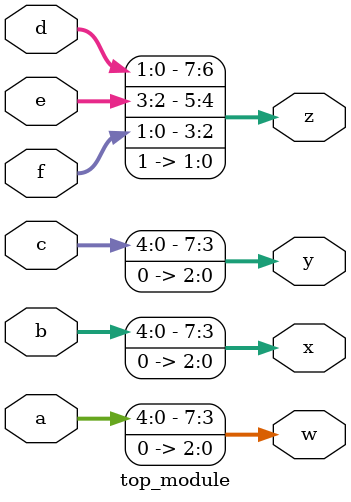
<source format=sv>
module top_module (
    input [4:0] a,
    input [4:0] b,
    input [4:0] c,
    input [4:0] d,
    input [4:0] e,
    input [4:0] f,
    output [7:0] w,
    output [7:0] x,
    output [7:0] y,
    output [7:0] z
);
    assign w = {a, 3'b0}; // a followed by padding zeros
    assign x = {b, 3'b0}; // b followed by padding zeros
    assign y = {c, 3'b0}; // c followed by padding zeros
    assign z = {d[3:0],e[3:2],f[1:0],2'b11}; // concatenation of d, e, f, and 11 in bits appropriately padded
endmodule

</source>
